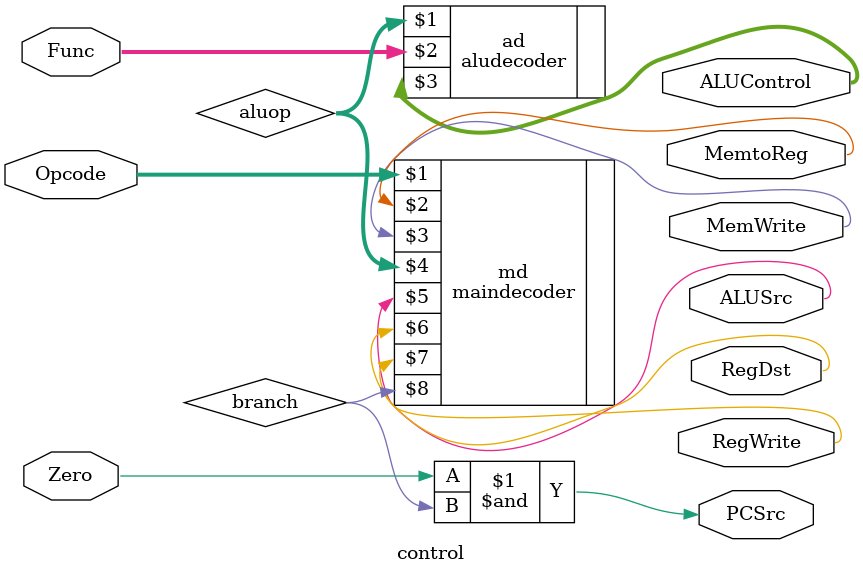
<source format=sv>
/*******************************************
/	Name: Edward Herrera
/
/	Module name: control
/
/	Inputs:  6-bit function code and 6-bit opcode.
/			 Also 1 bit input zero coming from the datapath
/
/	Output:  Control unit bits MemtoReg, MemWrite, ALUSrc, RegDst,
/			 PCSrc, and RegWrite, 4 bit ALUControl
/
/	Purpose: Generate control bits with instantiation of aludecoder and maindecoder
/
/******************************************/

`timescale 1ps/100fs
`include "maindecoder.sv"
`include "aludecoder.sv"

module control(
  input [5:0] Func, Opcode,
  input Zero,
  output MemtoReg, MemWrite, PCSrc, ALUSrc, RegDst, RegWrite,
  output [3:0] ALUControl
);
  
  wire branch;
  wire  [1:0] aluop;
  
  
  //Main Decoder
  
  maindecoder md(Opcode,MemtoReg,MemWrite,aluop,
                 ALUSrc,RegDst,RegWrite,branch);
  //ALU Decoder
  
  aludecoder ad(aluop,Func,ALUControl);
  
  //generate pcsrc by anding zero and branch signal
  
  and a1(PCSrc,Zero,branch);
  
endmodule

  
  
  
  
  
  
  
</source>
